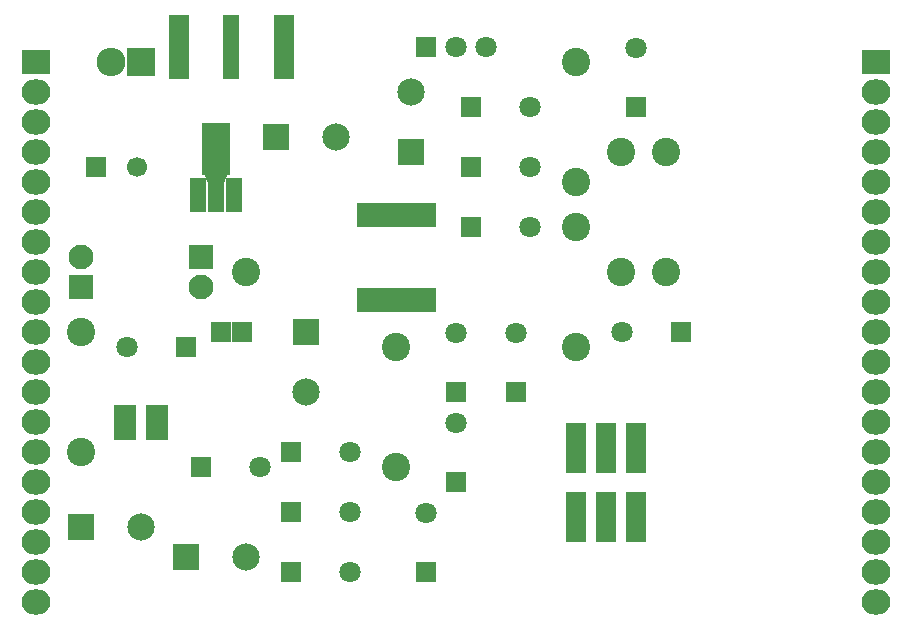
<source format=gbr>
G04 #@! TF.FileFunction,Soldermask,Top*
%FSLAX46Y46*%
G04 Gerber Fmt 4.6, Leading zero omitted, Abs format (unit mm)*
G04 Created by KiCad (PCBNEW 4.0.4+e1-6308~48~ubuntu16.04.1-stable) date Tue Sep  6 14:03:07 2016*
%MOMM*%
%LPD*%
G01*
G04 APERTURE LIST*
%ADD10C,0.100000*%
%ADD11R,1.960000X1.050000*%
%ADD12C,1.700000*%
%ADD13R,1.700000X1.700000*%
%ADD14R,1.800000X1.800000*%
%ADD15C,1.800000*%
%ADD16C,2.099260*%
%ADD17R,2.099260X2.099260*%
%ADD18R,1.670000X1.670000*%
%ADD19R,2.305000X2.305000*%
%ADD20C,2.305000*%
%ADD21R,2.432000X2.432000*%
%ADD22O,2.432000X2.432000*%
%ADD23C,2.398980*%
%ADD24R,1.797000X1.797000*%
%ADD25C,1.797000*%
%ADD26R,1.400760X2.901900*%
%ADD27R,2.398980X4.400500*%
%ADD28C,2.400000*%
%ADD29R,1.670000X5.480000*%
%ADD30R,1.416000X5.480000*%
%ADD31R,2.432000X2.127200*%
%ADD32O,2.432000X2.127200*%
%ADD33R,0.850000X2.150000*%
%ADD34R,1.670000X4.210000*%
G04 APERTURE END LIST*
D10*
D11*
X54530000Y-117160000D03*
X54530000Y-118110000D03*
X54530000Y-119060000D03*
X57230000Y-119060000D03*
X57230000Y-117160000D03*
X57230000Y-118110000D03*
D12*
X55570000Y-96520000D03*
D13*
X52070000Y-96520000D03*
D14*
X60960000Y-121920000D03*
D15*
X65960000Y-121920000D03*
D14*
X68580000Y-125730000D03*
D15*
X73580000Y-125730000D03*
D14*
X80010000Y-130810000D03*
D15*
X80010000Y-125810000D03*
D14*
X82550000Y-123190000D03*
D15*
X82550000Y-118190000D03*
D14*
X59690000Y-111760000D03*
D15*
X54690000Y-111760000D03*
D14*
X68580000Y-130810000D03*
D15*
X73580000Y-130810000D03*
D14*
X82550000Y-115570000D03*
D15*
X82550000Y-110570000D03*
D14*
X68580000Y-120650000D03*
D15*
X73580000Y-120650000D03*
D14*
X87630000Y-115570000D03*
D15*
X87630000Y-110570000D03*
D14*
X83820000Y-101600000D03*
D15*
X88820000Y-101600000D03*
D14*
X83820000Y-96520000D03*
D15*
X88820000Y-96520000D03*
D14*
X83820000Y-91440000D03*
D15*
X88820000Y-91440000D03*
D14*
X97790000Y-91440000D03*
D15*
X97790000Y-86440000D03*
D14*
X101600000Y-110490000D03*
D15*
X96600000Y-110490000D03*
D16*
X50799480Y-104142540D03*
D17*
X60959480Y-104142540D03*
D16*
X60960520Y-106677460D03*
D17*
X50800520Y-106677460D03*
D18*
X62611000Y-110490000D03*
X64389000Y-110490000D03*
D19*
X50800000Y-127000000D03*
D20*
X55880000Y-127000000D03*
D19*
X59690000Y-129540000D03*
D20*
X64770000Y-129540000D03*
D19*
X67310000Y-93980000D03*
D20*
X72390000Y-93980000D03*
D19*
X69850000Y-110490000D03*
D20*
X69850000Y-115570000D03*
D19*
X78740000Y-95250000D03*
D20*
X78740000Y-90170000D03*
D21*
X55880000Y-87630000D03*
D22*
X53340000Y-87630000D03*
D23*
X77470000Y-121920000D03*
X77470000Y-111760000D03*
X50800000Y-120650000D03*
X50800000Y-110490000D03*
X92710000Y-87630000D03*
X92710000Y-97790000D03*
X92710000Y-111760000D03*
X92710000Y-101600000D03*
X96520000Y-105410000D03*
X96520000Y-95250000D03*
X100330000Y-105410000D03*
X100330000Y-95250000D03*
D24*
X80010000Y-86360000D03*
D25*
X82550000Y-86360000D03*
X85090000Y-86360000D03*
D26*
X60728860Y-98872040D03*
X62230000Y-98872040D03*
X63731140Y-98872040D03*
D27*
X62230000Y-94919800D03*
D10*
G36*
X63430760Y-96694650D02*
X62930380Y-97843950D01*
X61529620Y-97843950D01*
X61029240Y-96694650D01*
X63430760Y-96694650D01*
X63430760Y-96694650D01*
G37*
D28*
X64770000Y-105410000D03*
D29*
X59055000Y-86360000D03*
X67945000Y-86360000D03*
D30*
X63500000Y-86360000D03*
D31*
X118110000Y-87630000D03*
D32*
X118110000Y-90170000D03*
X118110000Y-92710000D03*
X118110000Y-95250000D03*
X118110000Y-97790000D03*
X118110000Y-100330000D03*
X118110000Y-102870000D03*
X118110000Y-105410000D03*
X118110000Y-107950000D03*
X118110000Y-110490000D03*
X118110000Y-113030000D03*
X118110000Y-115570000D03*
X118110000Y-118110000D03*
X118110000Y-120650000D03*
X118110000Y-123190000D03*
X118110000Y-125730000D03*
X118110000Y-128270000D03*
X118110000Y-130810000D03*
X118110000Y-133350000D03*
D31*
X46990000Y-87630000D03*
D32*
X46990000Y-90170000D03*
X46990000Y-92710000D03*
X46990000Y-95250000D03*
X46990000Y-97790000D03*
X46990000Y-100330000D03*
X46990000Y-102870000D03*
X46990000Y-105410000D03*
X46990000Y-107950000D03*
X46990000Y-110490000D03*
X46990000Y-113030000D03*
X46990000Y-115570000D03*
X46990000Y-118110000D03*
X46990000Y-120650000D03*
X46990000Y-123190000D03*
X46990000Y-125730000D03*
X46990000Y-128270000D03*
X46990000Y-130810000D03*
X46990000Y-133350000D03*
D33*
X74545000Y-107740000D03*
X75195000Y-107740000D03*
X75845000Y-107740000D03*
X76495000Y-107740000D03*
X77145000Y-107740000D03*
X77795000Y-107740000D03*
X78445000Y-107740000D03*
X79095000Y-107740000D03*
X79745000Y-107740000D03*
X80395000Y-107740000D03*
X80395000Y-100540000D03*
X79745000Y-100540000D03*
X79095000Y-100540000D03*
X78445000Y-100540000D03*
X77795000Y-100540000D03*
X77145000Y-100540000D03*
X76495000Y-100540000D03*
X75845000Y-100540000D03*
X75195000Y-100540000D03*
X74545000Y-100540000D03*
D34*
X97790000Y-120269000D03*
X95250000Y-120269000D03*
X92710000Y-120269000D03*
X97790000Y-126111000D03*
X95250000Y-126111000D03*
X92710000Y-126111000D03*
M02*

</source>
